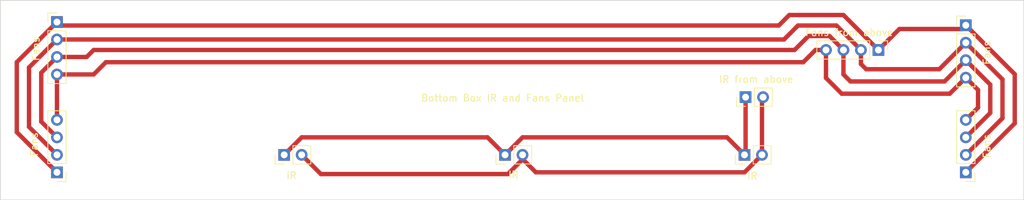
<source format=kicad_pcb>
(kicad_pcb (version 20211014) (generator pcbnew)
  (layers (0 "F.Cu" signal) (31 "B.Cu" signal) (34 "B.Paste" user) (35 "F.Paste" user) (36 "B.SilkS" user "B.Silkscreen") (37 "F.SilkS" user "F.Silkscreen") (38 "B.Mask" user) (39 "F.Mask" user) (44 "Edge.Cuts" user))
  (net 0 "")
  (net 1 "/HV5")
  (net 2 "/X")
  (net 3 "/12V")
  (net 4 "/GND")
  (net 5 "/IR LED-")
  (net 6 "/IR LED+")
  (footprint "Connector_PinHeader_2.54mm:PinHeader_1x04_P2.54mm_Vertical" (layer "F.Cu") (at 187.96 25.4 -90)
    (fp_text reference "J4")
    (fp_text value "Fans from above" (at -2.54 4.2572 180) (layer "F.SilkS"))
    (fp_line (start -1.33 0) (end -1.33 -1.33) (layer "F.SilkS") (width 0.12))
    (fp_line (start -1.33 8.95) (end 1.33 8.95) (layer "F.SilkS") (width 0.12))
    (fp_line (start -1.33 1.27) (end -1.33 8.95) (layer "F.SilkS") (width 0.12))
    (fp_line (start -1.33 -1.33) (end 0 -1.33) (layer "F.SilkS") (width 0.12))
    (fp_line (start 1.33 1.27) (end 1.33 8.95) (layer "F.SilkS") (width 0.12))
    (fp_line (start -1.33 1.27) (end 1.33 1.27) (layer "F.SilkS") (width 0.12))
    (pad "1" thru_hole rect (at 0 0 270) (size 1.7 1.7) (drill 1) (layers *.Cu *.Mask) (net 1 "/HV5"))
    (pad "2" thru_hole oval (at 0 2.54 270) (size 1.7 1.7) (drill 1) (layers *.Cu *.Mask) (net 2 "/X"))
    (pad "3" thru_hole oval (at 0 5.08 270) (size 1.7 1.7) (drill 1) (layers *.Cu *.Mask) (net 3 "/12V"))
    (pad "4" thru_hole oval (at 0 7.62 270) (size 1.7 1.7) (drill 1) (layers *.Cu *.Mask) (net 4 "/GND"))
  )
  (footprint "Connector_PinHeader_2.54mm:PinHeader_1x02_P2.54mm_Vertical" (layer "F.Cu") (at 133.7006 40.64 90)
    (fp_text reference "J3")
    (fp_text value "IR" (at -2.9006 1.2192 180) (layer "F.SilkS"))
    (fp_line (start 1.33 1.27) (end 1.33 3.87) (layer "F.SilkS") (width 0.12))
    (fp_line (start -1.33 1.27) (end -1.33 3.87) (layer "F.SilkS") (width 0.12))
    (fp_line (start -1.33 1.27) (end 1.33 1.27) (layer "F.SilkS") (width 0.12))
    (fp_line (start -1.33 3.87) (end 1.33 3.87) (layer "F.SilkS") (width 0.12))
    (fp_line (start -1.33 0) (end -1.33 -1.33) (layer "F.SilkS") (width 0.12))
    (fp_line (start -1.33 -1.33) (end 0 -1.33) (layer "F.SilkS") (width 0.12))
    (pad "1" thru_hole rect (at 0 0 90) (size 1.7 1.7) (drill 1) (layers *.Cu *.Mask) (net 5 "/IR LED-"))
    (pad "2" thru_hole oval (at 0 2.54 90) (size 1.7 1.7) (drill 1) (layers *.Cu *.Mask) (net 6 "/IR LED+"))
  )
  (footprint "Connector_PinHeader_2.54mm:PinHeader_1x04_P2.54mm_Vertical" (layer "F.Cu") (at 200.66 43.18 180)
    (fp_text reference "J8")
    (fp_text value "Fans" (at -3.048 3.81 90) (layer "F.SilkS"))
    (fp_line (start -1.33 8.95) (end 1.33 8.95) (layer "F.SilkS") (width 0.12))
    (fp_line (start -1.33 1.27) (end 1.33 1.27) (layer "F.SilkS") (width 0.12))
    (fp_line (start -1.33 1.27) (end -1.33 8.95) (layer "F.SilkS") (width 0.12))
    (fp_line (start -1.33 0) (end -1.33 -1.33) (layer "F.SilkS") (width 0.12))
    (fp_line (start -1.33 -1.33) (end 0 -1.33) (layer "F.SilkS") (width 0.12))
    (fp_line (start 1.33 1.27) (end 1.33 8.95) (layer "F.SilkS") (width 0.12))
    (pad "1" thru_hole rect (at 0 0 180) (size 1.7 1.7) (drill 1) (layers *.Cu *.Mask) (net 1 "/HV5"))
    (pad "2" thru_hole oval (at 0 2.54 180) (size 1.7 1.7) (drill 1) (layers *.Cu *.Mask) (net 2 "/X"))
    (pad "3" thru_hole oval (at 0 5.08 180) (size 1.7 1.7) (drill 1) (layers *.Cu *.Mask) (net 3 "/12V"))
    (pad "4" thru_hole oval (at 0 7.62 180) (size 1.7 1.7) (drill 1) (layers *.Cu *.Mask) (net 4 "/GND"))
  )
  (footprint "Connector_PinHeader_2.54mm:PinHeader_1x02_P2.54mm_Vertical" (layer "F.Cu") (at 168.4986 40.64 90)
    (fp_text reference "J5")
    (fp_text value "IR" (at -3.0616 1.1376 180) (layer "F.SilkS"))
    (fp_line (start 1.33 1.27) (end 1.33 3.87) (layer "F.SilkS") (width 0.12))
    (fp_line (start -1.33 -1.33) (end 0 -1.33) (layer "F.SilkS") (width 0.12))
    (fp_line (start -1.33 3.87) (end 1.33 3.87) (layer "F.SilkS") (width 0.12))
    (fp_line (start -1.33 1.27) (end 1.33 1.27) (layer "F.SilkS") (width 0.12))
    (fp_line (start -1.33 0) (end -1.33 -1.33) (layer "F.SilkS") (width 0.12))
    (fp_line (start -1.33 1.27) (end -1.33 3.87) (layer "F.SilkS") (width 0.12))
    (pad "1" thru_hole rect (at 0 0 90) (size 1.7 1.7) (drill 1) (layers *.Cu *.Mask) (net 5 "/IR LED-"))
    (pad "2" thru_hole oval (at 0 2.54 90) (size 1.7 1.7) (drill 1) (layers *.Cu *.Mask) (net 6 "/IR LED+"))
  )
  (footprint "Connector_PinHeader_2.54mm:PinHeader_1x04_P2.54mm_Vertical" (layer "F.Cu") (at 68.58 43.18 180)
    (fp_text reference "J9")
    (fp_text value "Fans" (at 3.302 4.064 90) (layer "F.SilkS"))
    (fp_line (start -1.33 8.95) (end 1.33 8.95) (layer "F.SilkS") (width 0.12))
    (fp_line (start -1.33 1.27) (end -1.33 8.95) (layer "F.SilkS") (width 0.12))
    (fp_line (start -1.33 1.27) (end 1.33 1.27) (layer "F.SilkS") (width 0.12))
    (fp_line (start -1.33 -1.33) (end 0 -1.33) (layer "F.SilkS") (width 0.12))
    (fp_line (start 1.33 1.27) (end 1.33 8.95) (layer "F.SilkS") (width 0.12))
    (fp_line (start -1.33 0) (end -1.33 -1.33) (layer "F.SilkS") (width 0.12))
    (pad "1" thru_hole rect (at 0 0 180) (size 1.7 1.7) (drill 1) (layers *.Cu *.Mask) (net 1 "/HV5"))
    (pad "2" thru_hole oval (at 0 2.54 180) (size 1.7 1.7) (drill 1) (layers *.Cu *.Mask) (net 2 "/X"))
    (pad "3" thru_hole oval (at 0 5.08 180) (size 1.7 1.7) (drill 1) (layers *.Cu *.Mask) (net 3 "/12V"))
    (pad "4" thru_hole oval (at 0 7.62 180) (size 1.7 1.7) (drill 1) (layers *.Cu *.Mask) (net 4 "/GND"))
  )
  (footprint "Connector_PinHeader_2.54mm:PinHeader_1x02_P2.54mm_Vertical" (layer "F.Cu") (at 101.6 40.64 90)
    (fp_text reference "J7")
    (fp_text value "IR" (at -3.0022 1.0668 180) (layer "F.SilkS"))
    (fp_line (start -1.33 -1.33) (end 0 -1.33) (layer "F.SilkS") (width 0.12))
    (fp_line (start -1.33 0) (end -1.33 -1.33) (layer "F.SilkS") (width 0.12))
    (fp_line (start -1.33 1.27) (end -1.33 3.87) (layer "F.SilkS") (width 0.12))
    (fp_line (start -1.33 3.87) (end 1.33 3.87) (layer "F.SilkS") (width 0.12))
    (fp_line (start -1.33 1.27) (end 1.33 1.27) (layer "F.SilkS") (width 0.12))
    (fp_line (start 1.33 1.27) (end 1.33 3.87) (layer "F.SilkS") (width 0.12))
    (pad "1" thru_hole rect (at 0 0 90) (size 1.7 1.7) (drill 1) (layers *.Cu *.Mask) (net 5 "/IR LED-"))
    (pad "2" thru_hole oval (at 0 2.54 90) (size 1.7 1.7) (drill 1) (layers *.Cu *.Mask) (net 6 "/IR LED+"))
  )
  (footprint "Connector_PinHeader_2.54mm:PinHeader_1x04_P2.54mm_Vertical" (layer "F.Cu") (at 68.58 21.336)
    (fp_text reference "J2")
    (fp_text value "Fans" (at -3.048 3.9116 -90) (layer "F.SilkS"))
    (fp_line (start -1.33 1.27) (end -1.33 8.95) (layer "F.SilkS") (width 0.12))
    (fp_line (start -1.33 1.27) (end 1.33 1.27) (layer "F.SilkS") (width 0.12))
    (fp_line (start -1.33 0) (end -1.33 -1.33) (layer "F.SilkS") (width 0.12))
    (fp_line (start 1.33 1.27) (end 1.33 8.95) (layer "F.SilkS") (width 0.12))
    (fp_line (start -1.33 8.95) (end 1.33 8.95) (layer "F.SilkS") (width 0.12))
    (fp_line (start -1.33 -1.33) (end 0 -1.33) (layer "F.SilkS") (width 0.12))
    (pad "1" thru_hole rect (at 0 0) (size 1.7 1.7) (drill 1) (layers *.Cu *.Mask) (net 1 "/HV5"))
    (pad "2" thru_hole oval (at 0 2.54) (size 1.7 1.7) (drill 1) (layers *.Cu *.Mask) (net 2 "/X"))
    (pad "3" thru_hole oval (at 0 5.08) (size 1.7 1.7) (drill 1) (layers *.Cu *.Mask) (net 3 "/12V"))
    (pad "4" thru_hole oval (at 0 7.62) (size 1.7 1.7) (drill 1) (layers *.Cu *.Mask) (net 4 "/GND"))
  )
  (footprint "Connector_PinHeader_2.54mm:PinHeader_1x04_P2.54mm_Vertical" (layer "F.Cu") (at 200.66 21.8032)
    (fp_text reference "J1")
    (fp_text value "Fans" (at 3.048 4.0032 90) (layer "F.SilkS"))
    (fp_line (start -1.33 -1.33) (end 0 -1.33) (layer "F.SilkS") (width 0.12))
    (fp_line (start -1.33 1.27) (end -1.33 8.95) (layer "F.SilkS") (width 0.12))
    (fp_line (start -1.33 1.27) (end 1.33 1.27) (layer "F.SilkS") (width 0.12))
    (fp_line (start 1.33 1.27) (end 1.33 8.95) (layer "F.SilkS") (width 0.12))
    (fp_line (start -1.33 0) (end -1.33 -1.33) (layer "F.SilkS") (width 0.12))
    (fp_line (start -1.33 8.95) (end 1.33 8.95) (layer "F.SilkS") (width 0.12))
    (pad "1" thru_hole rect (at 0 0) (size 1.7 1.7) (drill 1) (layers *.Cu *.Mask) (net 1 "/HV5"))
    (pad "2" thru_hole oval (at 0 2.54) (size 1.7 1.7) (drill 1) (layers *.Cu *.Mask) (net 2 "/X"))
    (pad "3" thru_hole oval (at 0 5.08) (size 1.7 1.7) (drill 1) (layers *.Cu *.Mask) (net 3 "/12V"))
    (pad "4" thru_hole oval (at 0 7.62) (size 1.7 1.7) (drill 1) (layers *.Cu *.Mask) (net 4 "/GND"))
  )
  (footprint "Connector_PinHeader_2.54mm:PinHeader_1x02_P2.54mm_Vertical" (layer "F.Cu") (at 168.656 32.258 90)
    (fp_text reference "J6")
    (fp_text value "IR from above" (at 2.5908 1.524 180) (layer "F.SilkS"))
    (fp_line (start -1.33 0) (end -1.33 -1.33) (layer "F.SilkS") (width 0.12))
    (fp_line (start -1.33 1.27) (end -1.33 3.87) (layer "F.SilkS") (width 0.12))
    (fp_line (start -1.33 -1.33) (end 0 -1.33) (layer "F.SilkS") (width 0.12))
    (fp_line (start 1.33 1.27) (end 1.33 3.87) (layer "F.SilkS") (width 0.12))
    (fp_line (start -1.33 1.27) (end 1.33 1.27) (layer "F.SilkS") (width 0.12))
    (fp_line (start -1.33 3.87) (end 1.33 3.87) (layer "F.SilkS") (width 0.12))
    (pad "1" thru_hole rect (at 0 0 90) (size 1.7 1.7) (drill 1) (layers *.Cu *.Mask) (net 5 "/IR LED-"))
    (pad "2" thru_hole oval (at 0 2.54 90) (size 1.7 1.7) (drill 1) (layers *.Cu *.Mask) (net 6 "/IR LED+"))
  )
  (gr_rect (start 60.3504 18.1864) (end 209.0928 47.1932) (layer "Edge.Cuts") (width 0.1) (fill none))
  (gr_text "Bottom Box IR and Fans Panel" (at 133.35 32.385) (layer "F.SilkS") (effects (font (size 1 1))))
  (segment (start 175.006 20.32) (end 173.482 21.844) (width 0.635) (layer "F.Cu") (net 1))
  (segment (start 68.58 43.18) (end 62.738 37.338) (width 0.635) (layer "F.Cu") (net 1))
  (segment (start 187.96 25.4) (end 182.88 20.32) (width 0.635) (layer "F.Cu") (net 1))
  (segment (start 173.482 21.844) (end 69.088 21.844) (width 0.635) (layer "F.Cu") (net 1))
  (segment (start 182.88 20.32) (end 175.006 20.32) (width 0.635) (layer "F.Cu") (net 1))
  (segment (start 187.96 25.4) (end 191.008 22.352) (width 0.635) (layer "F.Cu") (net 1))
  (segment (start 200.1112 22.352) (end 200.66 21.8032) (width 0.635) (layer "F.Cu") (net 1))
  (segment (start 200.66 21.8032) (end 207.772 28.9152) (width 0.635) (layer "F.Cu") (net 1))
  (segment (start 191.008 22.352) (end 200.1112 22.352) (width 0.635) (layer "F.Cu") (net 1))
  (segment (start 207.772 36.068) (end 200.66 43.18) (width 0.635) (layer "F.Cu") (net 1))
  (segment (start 62.738 37.338) (end 62.738 27.178) (width 0.635) (layer "F.Cu") (net 1))
  (segment (start 62.738 27.178) (end 68.58 21.336) (width 0.635) (layer "F.Cu") (net 1))
  (segment (start 207.772 28.9152) (end 207.772 36.068) (width 0.635) (layer "F.Cu") (net 1))
  (segment (start 69.088 21.844) (end 68.58 21.336) (width 0.635) (layer "F.Cu") (net 1))
  (segment (start 174.244 23.876) (end 68.58 23.876) (width 0.635) (layer "F.Cu") (net 2))
  (segment (start 196.8092 28.194) (end 200.66 24.3432) (width 0.635) (layer "F.Cu") (net 2))
  (segment (start 186.182 28.194) (end 196.8092 28.194) (width 0.635) (layer "F.Cu") (net 2))
  (segment (start 64.516 27.94) (end 64.516 36.576) (width 0.635) (layer "F.Cu") (net 2))
  (segment (start 68.58 23.876) (end 64.516 27.94) (width 0.635) (layer "F.Cu") (net 2))
  (segment (start 181.864 21.844) (end 176.276 21.844) (width 0.635) (layer "F.Cu") (net 2))
  (segment (start 185.42 27.432) (end 186.182 28.194) (width 0.635) (layer "F.Cu") (net 2))
  (segment (start 176.276 21.844) (end 174.244 23.876) (width 0.635) (layer "F.Cu") (net 2))
  (segment (start 205.994 35.306) (end 200.66 40.64) (width 0.635) (layer "F.Cu") (net 2))
  (segment (start 64.516 36.576) (end 68.58 40.64) (width 0.635) (layer "F.Cu") (net 2))
  (segment (start 205.994 29.6772) (end 205.994 35.306) (width 0.635) (layer "F.Cu") (net 2))
  (segment (start 200.66 24.3432) (end 205.994 29.6772) (width 0.635) (layer "F.Cu") (net 2))
  (segment (start 185.42 25.4) (end 181.864 21.844) (width 0.635) (layer "F.Cu") (net 2))
  (segment (start 185.42 25.4) (end 185.42 27.432) (width 0.635) (layer "F.Cu") (net 2))
  (segment (start 66.294 28.702) (end 66.294 35.814) (width 0.635) (layer "F.Cu") (net 3))
  (segment (start 72.898 26.416) (end 73.914 25.4) (width 0.635) (layer "F.Cu") (net 3))
  (segment (start 68.58 26.416) (end 66.294 28.702) (width 0.635) (layer "F.Cu") (net 3))
  (segment (start 200.66 26.8832) (end 204.216 30.4392) (width 0.635) (layer "F.Cu") (net 3))
  (segment (start 182.88 28.956) (end 183.896 29.972) (width 0.635) (layer "F.Cu") (net 3))
  (segment (start 204.216 30.4392) (end 204.216 34.544) (width 0.635) (layer "F.Cu") (net 3))
  (segment (start 204.216 34.544) (end 200.66 38.1) (width 0.635) (layer "F.Cu") (net 3))
  (segment (start 197.5712 29.972) (end 200.66 26.8832) (width 0.635) (layer "F.Cu") (net 3))
  (segment (start 175.768 25.4) (end 177.8 23.368) (width 0.635) (layer "F.Cu") (net 3))
  (segment (start 66.294 35.814) (end 68.58 38.1) (width 0.635) (layer "F.Cu") (net 3))
  (segment (start 183.896 29.972) (end 197.5712 29.972) (width 0.635) (layer "F.Cu") (net 3))
  (segment (start 182.88 25.4) (end 182.88 28.956) (width 0.635) (layer "F.Cu") (net 3))
  (segment (start 73.914 25.4) (end 175.768 25.4) (width 0.635) (layer "F.Cu") (net 3))
  (segment (start 180.848 23.368) (end 182.88 25.4) (width 0.635) (layer "F.Cu") (net 3))
  (segment (start 68.58 26.416) (end 72.898 26.416) (width 0.635) (layer "F.Cu") (net 3))
  (segment (start 177.8 23.368) (end 180.848 23.368) (width 0.635) (layer "F.Cu") (net 3))
  (segment (start 202.438 33.782) (end 200.66 35.56) (width 0.635) (layer "F.Cu") (net 4))
  (segment (start 180.34 25.4) (end 178.816 25.4) (width 0.635) (layer "F.Cu") (net 4))
  (segment (start 177.038 27.178) (end 75.692 27.178) (width 0.635) (layer "F.Cu") (net 4))
  (segment (start 202.438 31.2012) (end 202.438 33.782) (width 0.635) (layer "F.Cu") (net 4))
  (segment (start 182.626 31.75) (end 198.3332 31.75) (width 0.635) (layer "F.Cu") (net 4))
  (segment (start 178.816 25.4) (end 177.038 27.178) (width 0.635) (layer "F.Cu") (net 4))
  (segment (start 200.66 29.4232) (end 202.438 31.2012) (width 0.635) (layer "F.Cu") (net 4))
  (segment (start 68.58 28.956) (end 68.58 35.56) (width 0.635) (layer "F.Cu") (net 4))
  (segment (start 198.3332 31.75) (end 200.66 29.4232) (width 0.635) (layer "F.Cu") (net 4))
  (segment (start 180.34 29.464) (end 182.626 31.75) (width 0.635) (layer "F.Cu") (net 4))
  (segment (start 180.34 25.4) (end 180.34 29.464) (width 0.635) (layer "F.Cu") (net 4))
  (segment (start 75.692 27.178) (end 73.914 28.956) (width 0.635) (layer "F.Cu") (net 4))
  (segment (start 73.914 28.956) (end 68.58 28.956) (width 0.635) (layer "F.Cu") (net 4))
  (segment (start 168.656 32.258) (end 168.656 40.4826) (width 0.635) (layer "F.Cu") (net 5))
  (segment (start 168.656 40.4826) (end 168.4986 40.64) (width 0.635) (layer "F.Cu") (net 5))
  (segment (start 131.1606 38.1) (end 104.14 38.1) (width 0.635) (layer "F.Cu") (net 5))
  (segment (start 133.7006 40.64) (end 131.1606 38.1) (width 0.635) (layer "F.Cu") (net 5))
  (segment (start 168.4986 40.64) (end 165.9586 38.1) (width 0.635) (layer "F.Cu") (net 5))
  (segment (start 165.9586 38.1) (end 136.2406 38.1) (width 0.635) (layer "F.Cu") (net 5))
  (segment (start 104.14 38.1) (end 101.6 40.64) (width 0.635) (layer "F.Cu") (net 5))
  (segment (start 136.2406 38.1) (end 133.7006 40.64) (width 0.635) (layer "F.Cu") (net 5))
  (segment (start 171.0386 40.64) (end 168.4986 43.18) (width 0.635) (layer "F.Cu") (net 6))
  (segment (start 171.196 32.258) (end 171.0386 32.4154) (width 0.635) (layer "F.Cu") (net 6))
  (segment (start 106.934 43.434) (end 104.14 40.64) (width 0.635) (layer "F.Cu") (net 6))
  (segment (start 168.4986 43.18) (end 138.176 43.18) (width 0.635) (layer "F.Cu") (net 6))
  (segment (start 136.2406 41.3054) (end 134.112 43.434) (width 0.635) (layer "F.Cu") (net 6))
  (segment (start 138.176 43.18) (end 136.2406 41.2446) (width 0.635) (layer "F.Cu") (net 6))
  (segment (start 136.2406 40.64) (end 136.2406 41.3054) (width 0.635) (layer "F.Cu") (net 6))
  (segment (start 134.112 43.434) (end 106.934 43.434) (width 0.635) (layer "F.Cu") (net 6))
  (segment (start 136.2406 41.2446) (end 136.2406 40.64) (width 0.635) (layer "F.Cu") (net 6))
  (segment (start 171.0386 32.4154) (end 171.0386 40.64) (width 0.635) (layer "F.Cu") (net 6))
)
</source>
